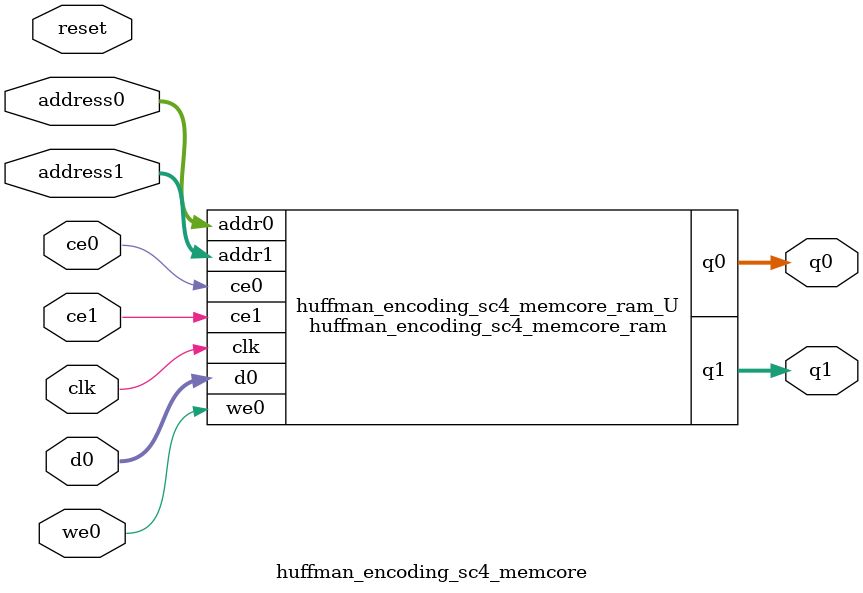
<source format=v>
`timescale 1 ns / 1 ps
module huffman_encoding_sc4_memcore_ram (addr0, ce0, d0, we0, q0, addr1, ce1, q1,  clk);

parameter DWIDTH = 9;
parameter AWIDTH = 8;
parameter MEM_SIZE = 255;

input[AWIDTH-1:0] addr0;
input ce0;
input[DWIDTH-1:0] d0;
input we0;
output reg[DWIDTH-1:0] q0;
input[AWIDTH-1:0] addr1;
input ce1;
output reg[DWIDTH-1:0] q1;
input clk;

(* ram_style = "block" *)reg [DWIDTH-1:0] ram[0:MEM_SIZE-1];




always @(posedge clk)  
begin 
    if (ce0) begin
        if (we0) 
            ram[addr0] <= d0; 
        q0 <= ram[addr0];
    end
end


always @(posedge clk)  
begin 
    if (ce1) begin
        q1 <= ram[addr1];
    end
end


endmodule

`timescale 1 ns / 1 ps
module huffman_encoding_sc4_memcore(
    reset,
    clk,
    address0,
    ce0,
    we0,
    d0,
    q0,
    address1,
    ce1,
    q1);

parameter DataWidth = 32'd9;
parameter AddressRange = 32'd255;
parameter AddressWidth = 32'd8;
input reset;
input clk;
input[AddressWidth - 1:0] address0;
input ce0;
input we0;
input[DataWidth - 1:0] d0;
output[DataWidth - 1:0] q0;
input[AddressWidth - 1:0] address1;
input ce1;
output[DataWidth - 1:0] q1;



huffman_encoding_sc4_memcore_ram huffman_encoding_sc4_memcore_ram_U(
    .clk( clk ),
    .addr0( address0 ),
    .ce0( ce0 ),
    .we0( we0 ),
    .d0( d0 ),
    .q0( q0 ),
    .addr1( address1 ),
    .ce1( ce1 ),
    .q1( q1 ));

endmodule


</source>
